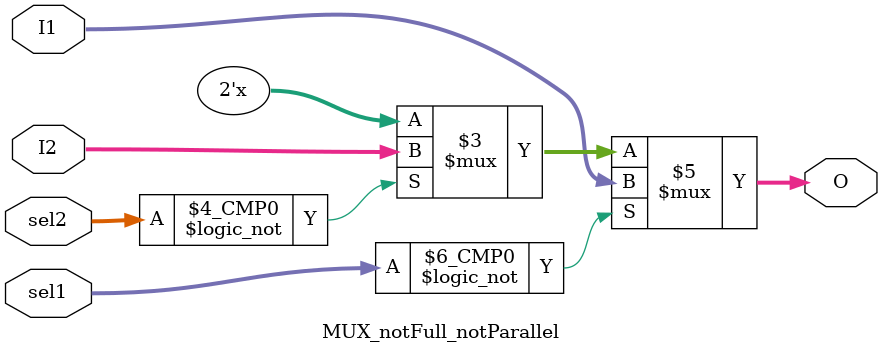
<source format=v>
`timescale 1ns / 1ps
module MUX_notFull_notParallel(
    input [1:0] sel1,
    input [1:0] sel2,
    input [1:0] I1,
    input [1:0] I2,
    output reg [1:0] O
    );
	 
	 always @ (sel1 or sel2) begin
		case (2'b00)
			sel1: O = I1;
			sel2: O = I2;
		endcase
	 end
endmodule

</source>
